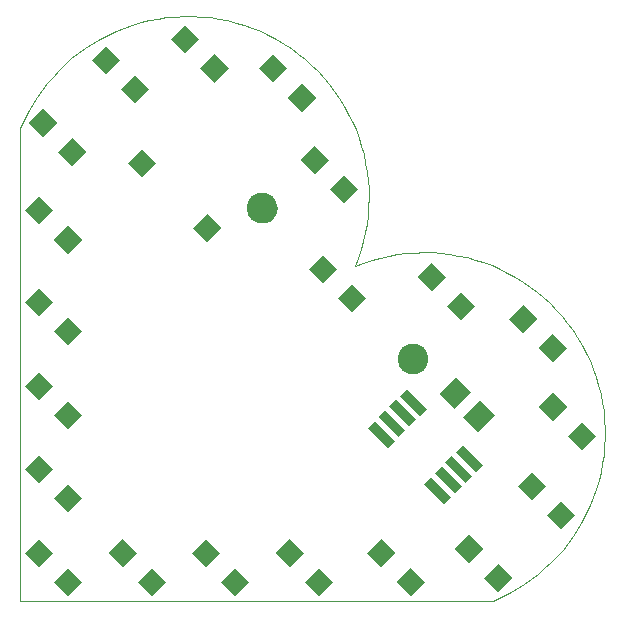
<source format=gbs>
G75*
G70*
%OFA0B0*%
%FSLAX24Y24*%
%IPPOS*%
%LPD*%
%AMOC8*
5,1,8,0,0,1.08239X$1,22.5*
%
%ADD10C,0.0000*%
%ADD11C,0.1025*%
%ADD12R,0.0671X0.0671*%
%ADD13R,0.0710X0.0789*%
%ADD14R,0.0320X0.0950*%
D10*
X010038Y009756D02*
X025786Y009756D01*
X026053Y009873D01*
X026314Y010003D01*
X026569Y010146D01*
X026816Y010300D01*
X027055Y010467D01*
X027287Y010645D01*
X027509Y010833D01*
X027722Y011033D01*
X027925Y011242D01*
X028117Y011461D01*
X028299Y011689D01*
X028470Y011925D01*
X028629Y012170D01*
X028776Y012422D01*
X028911Y012680D01*
X029033Y012945D01*
X029142Y013216D01*
X029238Y013491D01*
X029320Y013771D01*
X029389Y014054D01*
X029444Y014340D01*
X029485Y014629D01*
X029513Y014919D01*
X029526Y015211D01*
X029525Y015502D01*
X029510Y015794D01*
X029481Y016084D01*
X029438Y016372D01*
X029381Y016658D01*
X029310Y016941D01*
X029226Y017220D01*
X029128Y017495D01*
X029017Y017765D01*
X028893Y018029D01*
X028757Y018286D01*
X028608Y018537D01*
X028448Y018781D01*
X028276Y019016D01*
X028092Y019243D01*
X027898Y019461D01*
X027694Y019669D01*
X027480Y019866D01*
X027256Y020054D01*
X027024Y020230D01*
X026783Y020395D01*
X026535Y020548D01*
X026280Y020689D01*
X026018Y020817D01*
X025750Y020933D01*
X025477Y021035D01*
X025200Y021125D01*
X024918Y021200D01*
X024633Y021262D01*
X024345Y021310D01*
X024056Y021345D01*
X023765Y021365D01*
X023473Y021371D01*
X023182Y021363D01*
X022891Y021341D01*
X022602Y021305D01*
X022315Y021255D01*
X022030Y021191D01*
X021749Y021113D01*
X021472Y021022D01*
X021200Y020918D01*
X017640Y022840D02*
X017642Y022883D01*
X017648Y022925D01*
X017658Y022967D01*
X017671Y023008D01*
X017688Y023048D01*
X017709Y023085D01*
X017733Y023121D01*
X017760Y023154D01*
X017790Y023185D01*
X017823Y023213D01*
X017858Y023238D01*
X017895Y023259D01*
X017934Y023277D01*
X017974Y023291D01*
X018016Y023302D01*
X018058Y023309D01*
X018101Y023312D01*
X018144Y023311D01*
X018187Y023306D01*
X018229Y023297D01*
X018270Y023285D01*
X018310Y023269D01*
X018348Y023249D01*
X018384Y023226D01*
X018418Y023199D01*
X018450Y023170D01*
X018478Y023138D01*
X018504Y023103D01*
X018526Y023067D01*
X018545Y023028D01*
X018560Y022988D01*
X018572Y022947D01*
X018580Y022904D01*
X018584Y022861D01*
X018584Y022819D01*
X018580Y022776D01*
X018572Y022733D01*
X018560Y022692D01*
X018545Y022652D01*
X018526Y022613D01*
X018504Y022577D01*
X018478Y022542D01*
X018450Y022510D01*
X018418Y022481D01*
X018384Y022454D01*
X018348Y022431D01*
X018310Y022411D01*
X018270Y022395D01*
X018229Y022383D01*
X018187Y022374D01*
X018144Y022369D01*
X018101Y022368D01*
X018058Y022371D01*
X018016Y022378D01*
X017974Y022389D01*
X017934Y022403D01*
X017895Y022421D01*
X017858Y022442D01*
X017823Y022467D01*
X017790Y022495D01*
X017760Y022526D01*
X017733Y022559D01*
X017709Y022595D01*
X017688Y022632D01*
X017671Y022672D01*
X017658Y022713D01*
X017648Y022755D01*
X017642Y022797D01*
X017640Y022840D01*
X021200Y020917D02*
X021304Y021190D01*
X021395Y021467D01*
X021473Y021748D01*
X021537Y022032D01*
X021587Y022320D01*
X021623Y022609D01*
X021645Y022900D01*
X021653Y023191D01*
X021647Y023483D01*
X021627Y023774D01*
X021592Y024063D01*
X021544Y024351D01*
X021482Y024636D01*
X021407Y024918D01*
X021317Y025195D01*
X021215Y025468D01*
X021099Y025736D01*
X020971Y025998D01*
X020830Y026253D01*
X020677Y026501D01*
X020512Y026742D01*
X020336Y026974D01*
X020148Y027198D01*
X019951Y027412D01*
X019743Y027616D01*
X019525Y027810D01*
X019298Y027994D01*
X019063Y028166D01*
X018819Y028326D01*
X018568Y028475D01*
X018311Y028611D01*
X018047Y028735D01*
X017777Y028846D01*
X017502Y028944D01*
X017223Y029028D01*
X016940Y029099D01*
X016654Y029156D01*
X016366Y029199D01*
X016076Y029228D01*
X015784Y029243D01*
X015493Y029244D01*
X015201Y029231D01*
X014911Y029203D01*
X014622Y029162D01*
X014336Y029107D01*
X014053Y029038D01*
X013773Y028956D01*
X013498Y028860D01*
X013227Y028751D01*
X012962Y028629D01*
X012704Y028494D01*
X012452Y028347D01*
X012207Y028188D01*
X011971Y028017D01*
X011743Y027835D01*
X011524Y027643D01*
X011315Y027440D01*
X011115Y027227D01*
X010927Y027005D01*
X010749Y026773D01*
X010582Y026534D01*
X010428Y026287D01*
X010285Y026032D01*
X010155Y025771D01*
X010038Y025504D01*
X010038Y009756D01*
X022651Y017829D02*
X022653Y017872D01*
X022659Y017914D01*
X022669Y017956D01*
X022682Y017997D01*
X022699Y018037D01*
X022720Y018074D01*
X022744Y018110D01*
X022771Y018143D01*
X022801Y018174D01*
X022834Y018202D01*
X022869Y018227D01*
X022906Y018248D01*
X022945Y018266D01*
X022985Y018280D01*
X023027Y018291D01*
X023069Y018298D01*
X023112Y018301D01*
X023155Y018300D01*
X023198Y018295D01*
X023240Y018286D01*
X023281Y018274D01*
X023321Y018258D01*
X023359Y018238D01*
X023395Y018215D01*
X023429Y018188D01*
X023461Y018159D01*
X023489Y018127D01*
X023515Y018092D01*
X023537Y018056D01*
X023556Y018017D01*
X023571Y017977D01*
X023583Y017936D01*
X023591Y017893D01*
X023595Y017850D01*
X023595Y017808D01*
X023591Y017765D01*
X023583Y017722D01*
X023571Y017681D01*
X023556Y017641D01*
X023537Y017602D01*
X023515Y017566D01*
X023489Y017531D01*
X023461Y017499D01*
X023429Y017470D01*
X023395Y017443D01*
X023359Y017420D01*
X023321Y017400D01*
X023281Y017384D01*
X023240Y017372D01*
X023198Y017363D01*
X023155Y017358D01*
X023112Y017357D01*
X023069Y017360D01*
X023027Y017367D01*
X022985Y017378D01*
X022945Y017392D01*
X022906Y017410D01*
X022869Y017431D01*
X022834Y017456D01*
X022801Y017484D01*
X022771Y017515D01*
X022744Y017548D01*
X022720Y017584D01*
X022699Y017621D01*
X022682Y017661D01*
X022669Y017702D01*
X022659Y017744D01*
X022653Y017786D01*
X022651Y017829D01*
D11*
X023123Y017829D03*
X018112Y022840D03*
D12*
G36*
X019379Y024441D02*
X019852Y024914D01*
X020325Y024441D01*
X019852Y023968D01*
X019379Y024441D01*
G37*
G36*
X020353Y023467D02*
X020826Y023940D01*
X021299Y023467D01*
X020826Y022994D01*
X020353Y023467D01*
G37*
G36*
X019657Y020822D02*
X020130Y021295D01*
X020603Y020822D01*
X020130Y020349D01*
X019657Y020822D01*
G37*
G36*
X020631Y019848D02*
X021104Y020321D01*
X021577Y019848D01*
X021104Y019375D01*
X020631Y019848D01*
G37*
G36*
X023276Y020544D02*
X023749Y021017D01*
X024222Y020544D01*
X023749Y020071D01*
X023276Y020544D01*
G37*
G36*
X024250Y019569D02*
X024723Y020042D01*
X025196Y019569D01*
X024723Y019096D01*
X024250Y019569D01*
G37*
G36*
X026338Y019152D02*
X026811Y019625D01*
X027284Y019152D01*
X026811Y018679D01*
X026338Y019152D01*
G37*
G36*
X027313Y018177D02*
X027786Y018650D01*
X028259Y018177D01*
X027786Y017704D01*
X027313Y018177D01*
G37*
G36*
X027313Y016229D02*
X027786Y016702D01*
X028259Y016229D01*
X027786Y015756D01*
X027313Y016229D01*
G37*
G36*
X028287Y015254D02*
X028760Y015727D01*
X029233Y015254D01*
X028760Y014781D01*
X028287Y015254D01*
G37*
G36*
X026617Y013584D02*
X027090Y014057D01*
X027563Y013584D01*
X027090Y013111D01*
X026617Y013584D01*
G37*
G36*
X027591Y012610D02*
X028064Y013083D01*
X028537Y012610D01*
X028064Y012137D01*
X027591Y012610D01*
G37*
G36*
X025503Y010522D02*
X025976Y010995D01*
X026449Y010522D01*
X025976Y010049D01*
X025503Y010522D01*
G37*
G36*
X024529Y011496D02*
X025002Y011969D01*
X025475Y011496D01*
X025002Y011023D01*
X024529Y011496D01*
G37*
G36*
X022580Y010383D02*
X023053Y010856D01*
X023526Y010383D01*
X023053Y009910D01*
X022580Y010383D01*
G37*
G36*
X021606Y011357D02*
X022079Y011830D01*
X022552Y011357D01*
X022079Y010884D01*
X021606Y011357D01*
G37*
G36*
X019518Y010383D02*
X019991Y010856D01*
X020464Y010383D01*
X019991Y009910D01*
X019518Y010383D01*
G37*
G36*
X018543Y011357D02*
X019016Y011830D01*
X019489Y011357D01*
X019016Y010884D01*
X018543Y011357D01*
G37*
G36*
X016734Y010383D02*
X017207Y010856D01*
X017680Y010383D01*
X017207Y009910D01*
X016734Y010383D01*
G37*
G36*
X015760Y011357D02*
X016233Y011830D01*
X016706Y011357D01*
X016233Y010884D01*
X015760Y011357D01*
G37*
G36*
X013950Y010383D02*
X014423Y010856D01*
X014896Y010383D01*
X014423Y009910D01*
X013950Y010383D01*
G37*
G36*
X012976Y011357D02*
X013449Y011830D01*
X013922Y011357D01*
X013449Y010884D01*
X012976Y011357D01*
G37*
G36*
X011166Y010383D02*
X011639Y010856D01*
X012112Y010383D01*
X011639Y009910D01*
X011166Y010383D01*
G37*
G36*
X010192Y011357D02*
X010665Y011830D01*
X011138Y011357D01*
X010665Y010884D01*
X010192Y011357D01*
G37*
G36*
X011166Y013166D02*
X011639Y013639D01*
X012112Y013166D01*
X011639Y012693D01*
X011166Y013166D01*
G37*
G36*
X010192Y014141D02*
X010665Y014614D01*
X011138Y014141D01*
X010665Y013668D01*
X010192Y014141D01*
G37*
G36*
X011166Y015950D02*
X011639Y016423D01*
X012112Y015950D01*
X011639Y015477D01*
X011166Y015950D01*
G37*
G36*
X010192Y016925D02*
X010665Y017398D01*
X011138Y016925D01*
X010665Y016452D01*
X010192Y016925D01*
G37*
G36*
X011166Y018734D02*
X011639Y019207D01*
X012112Y018734D01*
X011639Y018261D01*
X011166Y018734D01*
G37*
G36*
X010192Y019709D02*
X010665Y020182D01*
X011138Y019709D01*
X010665Y019236D01*
X010192Y019709D01*
G37*
G36*
X011166Y021796D02*
X011639Y022269D01*
X012112Y021796D01*
X011639Y021323D01*
X011166Y021796D01*
G37*
G36*
X010192Y022771D02*
X010665Y023244D01*
X011138Y022771D01*
X010665Y022298D01*
X010192Y022771D01*
G37*
G36*
X011305Y024720D02*
X011778Y025193D01*
X012251Y024720D01*
X011778Y024247D01*
X011305Y024720D01*
G37*
G36*
X010331Y025694D02*
X010804Y026167D01*
X011277Y025694D01*
X010804Y025221D01*
X010331Y025694D01*
G37*
G36*
X012419Y027782D02*
X012892Y028255D01*
X013365Y027782D01*
X012892Y027309D01*
X012419Y027782D01*
G37*
G36*
X013393Y026807D02*
X013866Y027280D01*
X014339Y026807D01*
X013866Y026334D01*
X013393Y026807D01*
G37*
G36*
X014103Y023871D02*
X013630Y024344D01*
X014103Y024817D01*
X014576Y024344D01*
X014103Y023871D01*
G37*
G36*
X016274Y021699D02*
X015801Y022172D01*
X016274Y022645D01*
X016747Y022172D01*
X016274Y021699D01*
G37*
G36*
X018961Y026529D02*
X019434Y027002D01*
X019907Y026529D01*
X019434Y026056D01*
X018961Y026529D01*
G37*
G36*
X017987Y027503D02*
X018460Y027976D01*
X018933Y027503D01*
X018460Y027030D01*
X017987Y027503D01*
G37*
G36*
X016038Y027503D02*
X016511Y027976D01*
X016984Y027503D01*
X016511Y027030D01*
X016038Y027503D01*
G37*
G36*
X015064Y028478D02*
X015537Y028951D01*
X016010Y028478D01*
X015537Y028005D01*
X015064Y028478D01*
G37*
D13*
G36*
X024515Y016159D02*
X024013Y016661D01*
X024569Y017217D01*
X025071Y016715D01*
X024515Y016159D01*
G37*
G36*
X025295Y015380D02*
X024793Y015882D01*
X025349Y016438D01*
X025851Y015936D01*
X025295Y015380D01*
G37*
D14*
G36*
X024562Y014718D02*
X024789Y014945D01*
X025460Y014274D01*
X025233Y014047D01*
X024562Y014718D01*
G37*
G36*
X024208Y014365D02*
X024435Y014592D01*
X025106Y013921D01*
X024879Y013694D01*
X024208Y014365D01*
G37*
G36*
X023855Y014011D02*
X024082Y014238D01*
X024753Y013567D01*
X024526Y013340D01*
X023855Y014011D01*
G37*
G36*
X023501Y013658D02*
X023728Y013885D01*
X024399Y013214D01*
X024172Y012987D01*
X023501Y013658D01*
G37*
G36*
X021628Y015531D02*
X021855Y015758D01*
X022526Y015087D01*
X022299Y014860D01*
X021628Y015531D01*
G37*
G36*
X021981Y015885D02*
X022208Y016112D01*
X022879Y015441D01*
X022652Y015214D01*
X021981Y015885D01*
G37*
G36*
X022335Y016239D02*
X022562Y016466D01*
X023233Y015795D01*
X023006Y015568D01*
X022335Y016239D01*
G37*
G36*
X022688Y016592D02*
X022915Y016819D01*
X023586Y016148D01*
X023359Y015921D01*
X022688Y016592D01*
G37*
M02*

</source>
